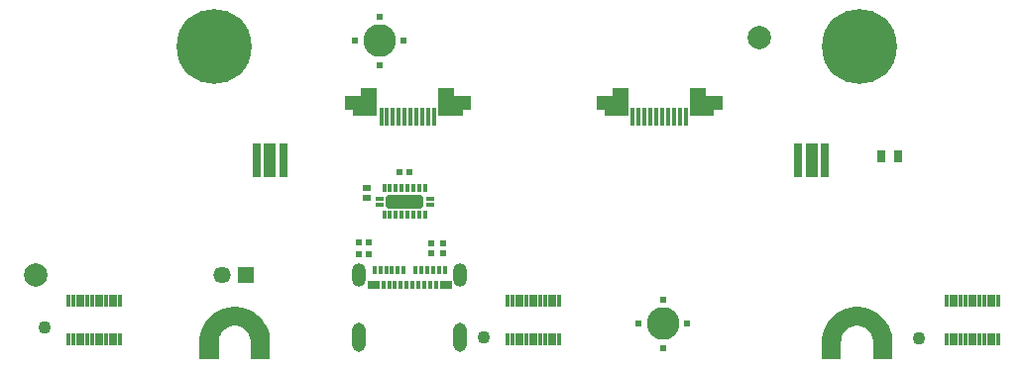
<source format=gbs>
G04*
G04 #@! TF.GenerationSoftware,Altium Limited,Altium Designer,21.7.2 (23)*
G04*
G04 Layer_Color=16711935*
%FSLAX44Y44*%
%MOMM*%
G71*
G04*
G04 #@! TF.SameCoordinates,7C38C3A3-C4E6-443E-8540-10D383AE158C*
G04*
G04*
G04 #@! TF.FilePolarity,Negative*
G04*
G01*
G75*
%ADD48R,0.6516X0.5516*%
%ADD50R,0.6216X0.6216*%
%ADD57R,0.6216X0.6216*%
%ADD58R,0.8016X1.0016*%
%ADD66C,1.1016*%
%ADD74C,2.0000*%
%ADD75O,1.2000X2.0000*%
%ADD76O,1.2000X2.5000*%
%ADD78C,1.4696*%
%ADD79R,1.4696X1.4696*%
%ADD80C,6.4016*%
%ADD81C,0.6080*%
%ADD122R,0.6516X2.9016*%
%ADD123R,1.1016X2.9016*%
G04:AMPARAMS|DCode=124|XSize=0.39mm|YSize=0.74mm|CornerRadius=0.095mm|HoleSize=0mm|Usage=FLASHONLY|Rotation=180.000|XOffset=0mm|YOffset=0mm|HoleType=Round|Shape=RoundedRectangle|*
%AMROUNDEDRECTD124*
21,1,0.3900,0.5500,0,0,180.0*
21,1,0.2000,0.7400,0,0,180.0*
1,1,0.1900,-0.1000,0.2750*
1,1,0.1900,0.1000,0.2750*
1,1,0.1900,0.1000,-0.2750*
1,1,0.1900,-0.1000,-0.2750*
%
%ADD124ROUNDEDRECTD124*%
G04:AMPARAMS|DCode=125|XSize=0.39mm|YSize=0.74mm|CornerRadius=0.095mm|HoleSize=0mm|Usage=FLASHONLY|Rotation=270.000|XOffset=0mm|YOffset=0mm|HoleType=Round|Shape=RoundedRectangle|*
%AMROUNDEDRECTD125*
21,1,0.3900,0.5500,0,0,270.0*
21,1,0.2000,0.7400,0,0,270.0*
1,1,0.1900,-0.2750,-0.1000*
1,1,0.1900,-0.2750,0.1000*
1,1,0.1900,0.2750,0.1000*
1,1,0.1900,0.2750,-0.1000*
%
%ADD125ROUNDEDRECTD125*%
G04:AMPARAMS|DCode=126|XSize=1.14mm|YSize=3.14mm|CornerRadius=0.12mm|HoleSize=0mm|Usage=FLASHONLY|Rotation=270.000|XOffset=0mm|YOffset=0mm|HoleType=Round|Shape=RoundedRectangle|*
%AMROUNDEDRECTD126*
21,1,1.1400,2.9000,0,0,270.0*
21,1,0.9000,3.1400,0,0,270.0*
1,1,0.2400,-1.4500,-0.4500*
1,1,0.2400,-1.4500,0.4500*
1,1,0.2400,1.4500,0.4500*
1,1,0.2400,1.4500,-0.4500*
%
%ADD126ROUNDEDRECTD126*%
%ADD127R,0.4000X0.8000*%
%ADD128R,1.1000X0.8000*%
%ADD129R,0.4066X1.5066*%
%ADD130R,1.1016X1.1016*%
%ADD131R,0.3300X1.0200*%
%ADD132R,1.3516X2.4016*%
%ADD133R,2.7516X1.2016*%
%ADD134R,2.0516X1.7016*%
%ADD135C,2.8000*%
G36*
X208750Y0D02*
Y15000D01*
X208684Y16348D01*
X208158Y18991D01*
X207126Y21482D01*
X205629Y23723D01*
X203723Y25629D01*
X201482Y27126D01*
X198991Y28158D01*
X196348Y28684D01*
X195000Y28750D01*
D01*
X195000D01*
X193652Y28684D01*
X191009Y28158D01*
X188518Y27126D01*
X186277Y25629D01*
X184371Y23723D01*
X182874Y21482D01*
X181842Y18991D01*
X181316Y16348D01*
X181250Y15000D01*
D01*
Y0D01*
X165000D01*
Y15028D01*
Y16992D01*
X165513Y20888D01*
X166530Y24683D01*
X168033Y28313D01*
X169998Y31715D01*
X172390Y34832D01*
X175168Y37610D01*
X178285Y40002D01*
X181687Y41967D01*
X185317Y43470D01*
X189112Y44487D01*
X193008Y45000D01*
X194972D01*
D01*
X195028D01*
X196992D01*
X200888Y44487D01*
X204683Y43470D01*
X208313Y41967D01*
X211715Y40002D01*
X214832Y37610D01*
X217610Y34832D01*
X220002Y31715D01*
X221967Y28313D01*
X223470Y24683D01*
X224487Y20888D01*
X225000Y16992D01*
Y15028D01*
D01*
Y0D01*
X208750D01*
D02*
G37*
G36*
X740250D02*
Y15000D01*
X740184Y16348D01*
X739658Y18991D01*
X738626Y21482D01*
X737129Y23723D01*
X735223Y25629D01*
X732982Y27126D01*
X730491Y28158D01*
X727848Y28684D01*
X726500Y28750D01*
D01*
X726500D01*
X725152Y28684D01*
X722508Y28158D01*
X720018Y27126D01*
X717777Y25629D01*
X715871Y23723D01*
X714374Y21482D01*
X713342Y18991D01*
X712816Y16348D01*
X712750Y15000D01*
D01*
Y0D01*
X696500D01*
Y15028D01*
Y16992D01*
X697013Y20888D01*
X698030Y24683D01*
X699533Y28313D01*
X701498Y31715D01*
X703889Y34832D01*
X706668Y37610D01*
X709785Y40002D01*
X713187Y41967D01*
X716817Y43470D01*
X720612Y44487D01*
X724508Y45000D01*
X726472D01*
D01*
X726528D01*
X728493D01*
X732388Y44487D01*
X736183Y43470D01*
X739813Y41967D01*
X743215Y40002D01*
X746332Y37610D01*
X749110Y34832D01*
X751502Y31715D01*
X753467Y28313D01*
X754970Y24683D01*
X755987Y20888D01*
X756500Y16992D01*
Y15028D01*
D01*
Y0D01*
X740250D01*
D02*
G37*
D48*
X307500Y138000D02*
D03*
Y147000D02*
D03*
D50*
X362500Y99000D02*
D03*
Y91000D02*
D03*
X372500Y99000D02*
D03*
Y91000D02*
D03*
D57*
X309000Y90000D02*
D03*
X301000D02*
D03*
X309000Y100000D02*
D03*
X301000D02*
D03*
X336000Y160000D02*
D03*
X344000D02*
D03*
D58*
X747500Y174000D02*
D03*
X761500D02*
D03*
D66*
X779250Y17750D02*
D03*
X32500Y27000D02*
D03*
X407500Y18500D02*
D03*
D74*
X25250Y72250D02*
D03*
X642750Y275250D02*
D03*
D75*
X387450Y72150D02*
D03*
X301050D02*
D03*
D76*
X387450Y18550D02*
D03*
X301050D02*
D03*
D78*
X184000Y72250D02*
D03*
D79*
X204000D02*
D03*
D80*
X177250Y268000D02*
D03*
X728250D02*
D03*
D81*
X539800Y30499D02*
D03*
X581300D02*
D03*
X560550Y9749D02*
D03*
Y51249D02*
D03*
X297850Y272499D02*
D03*
X339350D02*
D03*
X318600Y251749D02*
D03*
Y293249D02*
D03*
D122*
X236250Y170000D02*
D03*
X213750D02*
D03*
X676250D02*
D03*
X698750D02*
D03*
D123*
X225000D02*
D03*
X687500D02*
D03*
D124*
X332500Y146500D02*
D03*
X327500D02*
D03*
X352500D02*
D03*
X347500D02*
D03*
X322500D02*
D03*
X357500D02*
D03*
X352500Y123500D02*
D03*
X357500D02*
D03*
X332500D02*
D03*
X337500D02*
D03*
X342500D02*
D03*
X347500D02*
D03*
X322500D02*
D03*
X327500D02*
D03*
X342500Y146500D02*
D03*
X337500D02*
D03*
D125*
X361500Y137500D02*
D03*
X318500D02*
D03*
X361500Y132500D02*
D03*
X318500D02*
D03*
D126*
X340000Y135000D02*
D03*
D127*
X321750Y63250D02*
D03*
X326750D02*
D03*
X369250Y76250D02*
D03*
X364250D02*
D03*
X359250D02*
D03*
X354250D02*
D03*
X349250D02*
D03*
X339250D02*
D03*
X334250D02*
D03*
X329250D02*
D03*
X324250D02*
D03*
X319250D02*
D03*
X331750Y63250D02*
D03*
X336750D02*
D03*
X341750D02*
D03*
X346750D02*
D03*
X351750D02*
D03*
X356750D02*
D03*
X361750D02*
D03*
X366750D02*
D03*
X374250Y76250D02*
D03*
X314250D02*
D03*
D128*
X313250Y63250D02*
D03*
X375250D02*
D03*
D129*
X320000Y207500D02*
D03*
D03*
X325000D02*
D03*
X330000D02*
D03*
X335000D02*
D03*
X340000D02*
D03*
X345000D02*
D03*
X350000D02*
D03*
X355000D02*
D03*
X360000D02*
D03*
X365000D02*
D03*
X535000D02*
D03*
D03*
X540000D02*
D03*
X545000D02*
D03*
X550000D02*
D03*
X555000D02*
D03*
X560000D02*
D03*
X565000D02*
D03*
X570000D02*
D03*
X575000D02*
D03*
X580000D02*
D03*
D130*
X305510Y217310D02*
D03*
X379660Y217390D02*
D03*
X520510Y217310D02*
D03*
X594660Y217390D02*
D03*
D131*
X472000Y50250D02*
D03*
X468000D02*
D03*
X464000D02*
D03*
X460000D02*
D03*
X456000D02*
D03*
X452000D02*
D03*
X448000D02*
D03*
X444000D02*
D03*
X440000D02*
D03*
X436000D02*
D03*
X432000D02*
D03*
X428000D02*
D03*
Y17450D02*
D03*
X432000D02*
D03*
X436000D02*
D03*
X440000D02*
D03*
X444000D02*
D03*
X448000D02*
D03*
X452000D02*
D03*
X468000D02*
D03*
X472000D02*
D03*
X456000D02*
D03*
X460000D02*
D03*
X464000D02*
D03*
X85000D02*
D03*
X81000D02*
D03*
X97000D02*
D03*
X93000D02*
D03*
X77000D02*
D03*
X69000D02*
D03*
X61000D02*
D03*
X53000D02*
D03*
Y50250D02*
D03*
X65000D02*
D03*
X77000D02*
D03*
X89000D02*
D03*
X85000D02*
D03*
X81000D02*
D03*
X73000D02*
D03*
X69000D02*
D03*
X61000D02*
D03*
X57000D02*
D03*
Y17450D02*
D03*
X73000D02*
D03*
X89000D02*
D03*
X93000Y50250D02*
D03*
X97000D02*
D03*
X65000Y17450D02*
D03*
X839000Y50250D02*
D03*
X827000D02*
D03*
X815000D02*
D03*
X803000D02*
D03*
Y17450D02*
D03*
X811000D02*
D03*
X819000D02*
D03*
X827000D02*
D03*
X843000D02*
D03*
X847000D02*
D03*
X831000D02*
D03*
X835000D02*
D03*
Y50250D02*
D03*
X831000D02*
D03*
X823000D02*
D03*
X819000D02*
D03*
X811000D02*
D03*
X807000D02*
D03*
Y17450D02*
D03*
X823000D02*
D03*
X843000Y50250D02*
D03*
X847000D02*
D03*
X815000Y17450D02*
D03*
X839000D02*
D03*
D132*
X309250Y220000D02*
D03*
X375750Y220000D02*
D03*
X524252Y220000D02*
D03*
X590750Y219999D02*
D03*
D133*
X302250Y219000D02*
D03*
X382750Y219000D02*
D03*
X517250Y219000D02*
D03*
X597750Y219000D02*
D03*
D134*
X305750Y216500D02*
D03*
X379250Y216500D02*
D03*
X520750Y216500D02*
D03*
X594250Y216500D02*
D03*
D135*
X560550Y30499D02*
D03*
X318600Y272499D02*
D03*
M02*

</source>
